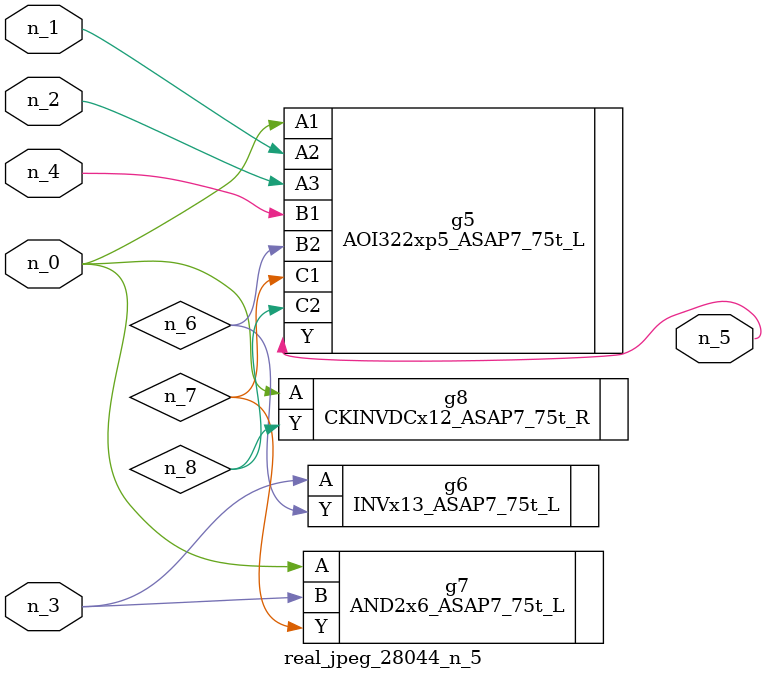
<source format=v>
module real_jpeg_28044_n_5 (n_4, n_0, n_1, n_2, n_3, n_5);

input n_4;
input n_0;
input n_1;
input n_2;
input n_3;

output n_5;

wire n_8;
wire n_6;
wire n_7;

AOI322xp5_ASAP7_75t_L g5 ( 
.A1(n_0),
.A2(n_1),
.A3(n_2),
.B1(n_4),
.B2(n_6),
.C1(n_7),
.C2(n_8),
.Y(n_5)
);

AND2x6_ASAP7_75t_L g7 ( 
.A(n_0),
.B(n_3),
.Y(n_7)
);

CKINVDCx12_ASAP7_75t_R g8 ( 
.A(n_0),
.Y(n_8)
);

INVx13_ASAP7_75t_L g6 ( 
.A(n_3),
.Y(n_6)
);


endmodule
</source>
